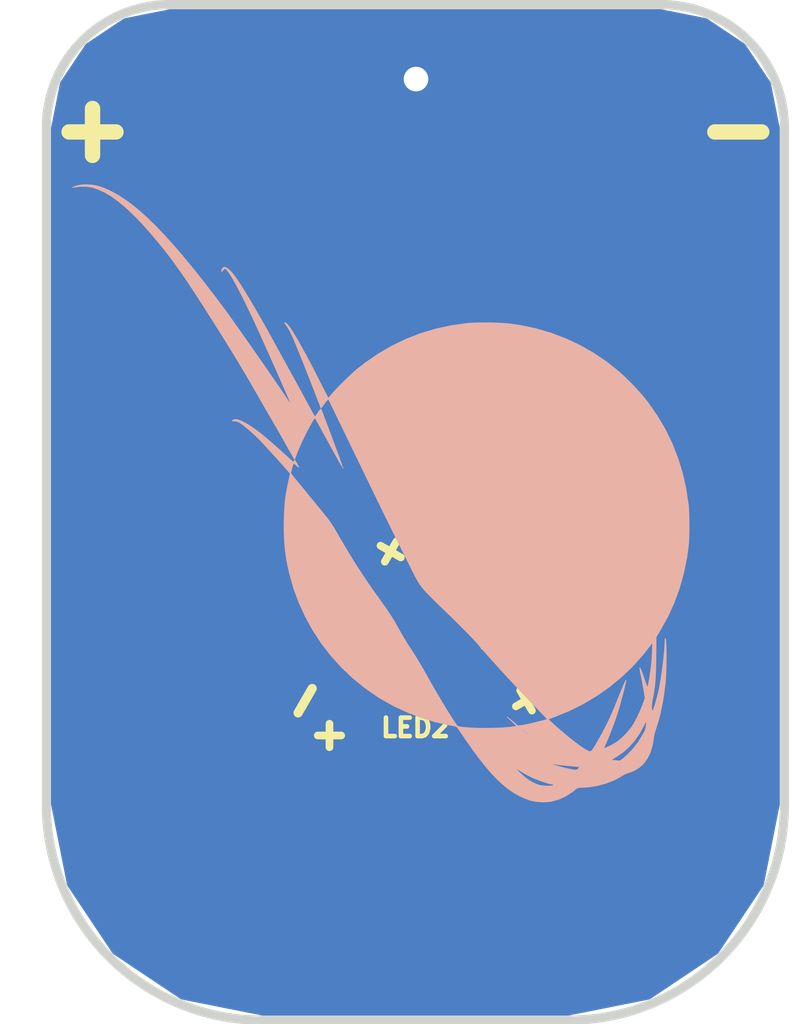
<source format=kicad_pcb>
(kicad_pcb (version 4) (host pcbnew 4.0.7)

  (general
    (links 6)
    (no_connects 2)
    (area 136.5456 89.92 149.575001 108.075001)
    (thickness 1.6)
    (drawings 10)
    (tracks 16)
    (zones 0)
    (modules 6)
    (nets 6)
  )

  (page A4)
  (layers
    (0 F.Cu signal)
    (31 B.Cu signal)
    (32 B.Adhes user)
    (33 F.Adhes user)
    (34 B.Paste user)
    (35 F.Paste user)
    (36 B.SilkS user)
    (37 F.SilkS user)
    (38 B.Mask user)
    (39 F.Mask user hide)
    (40 Dwgs.User user)
    (41 Cmts.User user)
    (42 Eco1.User user)
    (43 Eco2.User user)
    (44 Edge.Cuts user)
    (45 Margin user)
    (46 B.CrtYd user)
    (47 F.CrtYd user)
    (48 B.Fab user)
    (49 F.Fab user)
  )

  (setup
    (last_trace_width 0.25)
    (user_trace_width 0.4064)
    (user_trace_width 0.508)
    (user_trace_width 0.635)
    (user_trace_width 0.762)
    (trace_clearance 0.2)
    (zone_clearance 0)
    (zone_45_only no)
    (trace_min 0.2)
    (segment_width 0.2)
    (edge_width 0.15)
    (via_size 0.6)
    (via_drill 0.4)
    (via_min_size 0.4)
    (via_min_drill 0.3)
    (uvia_size 0.3)
    (uvia_drill 0.1)
    (uvias_allowed no)
    (uvia_min_size 0.2)
    (uvia_min_drill 0.1)
    (pcb_text_width 0.3)
    (pcb_text_size 1.5 1.5)
    (mod_edge_width 0.15)
    (mod_text_size 1 1)
    (mod_text_width 0.15)
    (pad_size 3.302 1.2954)
    (pad_drill 0)
    (pad_to_mask_clearance 0.2)
    (aux_axis_origin 0 0)
    (visible_elements 7FFFFFFF)
    (pcbplotparams
      (layerselection 0x010f0_80000001)
      (usegerberextensions false)
      (usegerberattributes true)
      (excludeedgelayer false)
      (linewidth 0.100000)
      (plotframeref false)
      (viasonmask false)
      (mode 1)
      (useauxorigin true)
      (hpglpennumber 1)
      (hpglpenspeed 20)
      (hpglpendiameter 15)
      (hpglpenoverlay 2)
      (psnegative false)
      (psa4output false)
      (plotreference true)
      (plotvalue true)
      (plotinvisibletext false)
      (padsonsilk false)
      (subtractmaskfromsilk false)
      (outputformat 1)
      (mirror false)
      (drillshape 0)
      (scaleselection 1)
      (outputdirectory "C:/Users/Jacob Lipina/Documents/1.) Mars Rover/2017-18 Atlas/Rev.1 2018 Gerbs/"))
  )

  (net 0 "")
  (net 1 /VDD)
  (net 2 /GND)
  (net 3 /Heat_Slug)
  (net 4 "Net-(LED1-Pad2)")
  (net 5 "Net-(LED2-Pad2)")

  (net_class Default "This is the default net class."
    (clearance 0.2)
    (trace_width 0.25)
    (via_dia 0.6)
    (via_drill 0.4)
    (uvia_dia 0.3)
    (uvia_drill 0.1)
    (add_net /GND)
    (add_net /Heat_Slug)
    (add_net /VDD)
    (add_net "Net-(LED1-Pad2)")
    (add_net "Net-(LED2-Pad2)")
  )

  (module MRDT-Connectors:Solder_Pad_5mmX3mm (layer F.Cu) (tedit 5AAC5BBB) (tstamp 5AAC56B4)
    (at 140.5 94.615)
    (tags "Solder Pad")
    (path /5AAC4F55)
    (fp_text reference J1 (at -2 -2) (layer F.Fab)
      (effects (font (size 0.6 0.6) (thickness 0.15)))
    )
    (fp_text value Solder_Pad (at 0 -4) (layer F.Fab) hide
      (effects (font (size 0.6 0.6) (thickness 0.15)))
    )
    (pad 1 smd oval (at 0 0) (size 3 5) (layers F.Cu F.Paste F.Mask)
      (net 1 /VDD))
  )

  (module MRDT-Connectors:Solder_Pad_5mmX3mm (layer F.Cu) (tedit 5AAC5BB9) (tstamp 5AAC56B9)
    (at 136.9956 93.6186)
    (tags "Solder Pad")
    (path /5AAC4FA0)
    (fp_text reference J2 (at 11.5 -1) (layer F.Fab)
      (effects (font (size 0.6 0.6) (thickness 0.15)))
    )
    (fp_text value Solder_Pad (at 9.5 -3) (layer F.Fab) hide
      (effects (font (size 0.6 0.6) (thickness 0.15)))
    )
    (pad 1 smd oval (at 9.4989 0.9964) (size 3 5) (layers F.Cu F.Paste F.Mask)
      (net 2 /GND))
  )

  (module MRDT-Actives:LED_CREE_XLAMP_XPG (layer F.Cu) (tedit 5AAC5CA7) (tstamp 5AAC56C9)
    (at 140.5 100.5 240)
    (path /5AAC4C6E)
    (fp_text reference LED1 (at -0.133975 -2.232051 240) (layer F.SilkS)
      (effects (font (size 0.3 0.3) (thickness 0.075)))
    )
    (fp_text value LED3P (at -0.167468 -2.790064 240) (layer F.Fab) hide
      (effects (font (size 0.3 0.3) (thickness 0.075)))
    )
    (fp_text user + (at -1.397 -2.159 240) (layer F.SilkS)
      (effects (font (size 0.5 0.5) (thickness 0.125)))
    )
    (fp_text user - (at 1.397 -2.159 240) (layer F.SilkS)
      (effects (font (size 0.6 0.6) (thickness 0.15)))
    )
    (fp_line (start -1.7272 1.4732) (end -1.4732 1.7272) (layer Dwgs.User) (width 0.1524))
    (fp_line (start 0 -1.7272) (end -1.7272 -1.7272) (layer Dwgs.User) (width 0.1524))
    (fp_line (start 0 1.7272) (end -1.7272 1.7272) (layer Dwgs.User) (width 0.1524))
    (fp_line (start 0 -1.7272) (end 1.7272 -1.7272) (layer Dwgs.User) (width 0.1524))
    (fp_line (start 0 1.7272) (end 1.7272 1.7272) (layer Dwgs.User) (width 0.1524))
    (fp_line (start 1.7272 1.7272) (end 1.7272 -1.7272) (layer Dwgs.User) (width 0.1524))
    (fp_line (start -1.7272 1.7272) (end -1.7272 -1.7272) (layer Dwgs.User) (width 0.1524))
    (pad 1 smd rect (at -1.397 0 330) (size 3.302 0.508) (layers F.Cu F.Paste F.Mask)
      (net 1 /VDD))
    (pad 3 smd rect (at 0 0 330) (size 3.302 1.2954) (layers F.Cu F.Paste F.Mask)
      (net 3 /Heat_Slug))
    (pad 2 smd rect (at 1.397 0 330) (size 3.302 0.508) (layers F.Cu F.Paste F.Mask)
      (net 4 "Net-(LED1-Pad2)"))
  )

  (module MRDT-Actives:LED_CREE_XLAMP_XPG (layer F.Cu) (tedit 5AAC5CAF) (tstamp 5AAC56D9)
    (at 143.5 105.5)
    (path /5AAC4CA2)
    (fp_text reference LED2 (at 0 -2.25) (layer F.SilkS)
      (effects (font (size 0.3 0.3) (thickness 0.075)))
    )
    (fp_text value LED3P (at 0 -2.75) (layer F.Fab) hide
      (effects (font (size 0.3 0.3) (thickness 0.075)))
    )
    (fp_text user + (at -1.397 -2.159) (layer F.SilkS)
      (effects (font (size 0.5 0.5) (thickness 0.125)))
    )
    (fp_text user - (at 1.397 -2.159) (layer F.SilkS)
      (effects (font (size 0.6 0.6) (thickness 0.15)))
    )
    (fp_line (start -1.7272 1.4732) (end -1.4732 1.7272) (layer Dwgs.User) (width 0.1524))
    (fp_line (start 0 -1.7272) (end -1.7272 -1.7272) (layer Dwgs.User) (width 0.1524))
    (fp_line (start 0 1.7272) (end -1.7272 1.7272) (layer Dwgs.User) (width 0.1524))
    (fp_line (start 0 -1.7272) (end 1.7272 -1.7272) (layer Dwgs.User) (width 0.1524))
    (fp_line (start 0 1.7272) (end 1.7272 1.7272) (layer Dwgs.User) (width 0.1524))
    (fp_line (start 1.7272 1.7272) (end 1.7272 -1.7272) (layer Dwgs.User) (width 0.1524))
    (fp_line (start -1.7272 1.7272) (end -1.7272 -1.7272) (layer Dwgs.User) (width 0.1524))
    (pad 1 smd rect (at -1.397 0 90) (size 3.302 0.508) (layers F.Cu F.Paste F.Mask)
      (net 4 "Net-(LED1-Pad2)"))
    (pad 3 smd rect (at 0 0 90) (size 3.302 1.2954) (layers F.Cu F.Paste F.Mask)
      (net 3 /Heat_Slug))
    (pad 2 smd rect (at 1.397 0 90) (size 3.302 0.508) (layers F.Cu F.Paste F.Mask)
      (net 5 "Net-(LED2-Pad2)"))
  )

  (module MRDT-Actives:LED_CREE_XLAMP_XPG (layer F.Cu) (tedit 5AAC5CE0) (tstamp 5AAC56E9)
    (at 146.5 100.5 120)
    (path /5AAC4CCA)
    (fp_text reference LED3 (at 0.133975 -2.232051 120) (layer F.SilkS)
      (effects (font (size 0.3 0.3) (thickness 0.075)))
    )
    (fp_text value LED3P (at 0.167468 -2.790064 120) (layer F.Fab) hide
      (effects (font (size 0.3 0.3) (thickness 0.075)))
    )
    (fp_text user + (at -1.397 -2.159 120) (layer F.SilkS)
      (effects (font (size 0.5 0.5) (thickness 0.125)))
    )
    (fp_text user - (at 1.397 -2.159 120) (layer F.SilkS)
      (effects (font (size 0.6 0.6) (thickness 0.15)))
    )
    (fp_line (start -1.7272 1.4732) (end -1.4732 1.7272) (layer Dwgs.User) (width 0.1524))
    (fp_line (start 0 -1.7272) (end -1.7272 -1.7272) (layer Dwgs.User) (width 0.1524))
    (fp_line (start 0 1.7272) (end -1.7272 1.7272) (layer Dwgs.User) (width 0.1524))
    (fp_line (start 0 -1.7272) (end 1.7272 -1.7272) (layer Dwgs.User) (width 0.1524))
    (fp_line (start 0 1.7272) (end 1.7272 1.7272) (layer Dwgs.User) (width 0.1524))
    (fp_line (start 1.7272 1.7272) (end 1.7272 -1.7272) (layer Dwgs.User) (width 0.1524))
    (fp_line (start -1.7272 1.7272) (end -1.7272 -1.7272) (layer Dwgs.User) (width 0.1524))
    (pad 1 smd rect (at -1.397 0 210) (size 3.302 0.508) (layers F.Cu F.Paste F.Mask)
      (net 5 "Net-(LED2-Pad2)"))
    (pad 3 smd rect (at 0 0 210) (size 3.302 1.2954) (layers F.Cu F.Paste F.Mask)
      (net 3 /Heat_Slug))
    (pad 2 smd rect (at 1.397 0 210) (size 3.302 0.508) (layers F.Cu F.Paste F.Mask)
      (net 2 /GND))
  )

  (module MRDT_Silkscreens:MRDT_Logo_10mm (layer B.Cu) (tedit 5AB0B25A) (tstamp 5AB0B1C6)
    (at 142.9385 99.441 180)
    (tags "Logo, MRDT")
    (path /5AB0B18A)
    (fp_text reference S1 (at -1.143 -6.4008 180) (layer Dwgs.User) hide
      (effects (font (size 0.2 0.2) (thickness 0.05)))
    )
    (fp_text value Logo_or_Signature (at -0.5715 3.048 180) (layer F.Fab) hide
      (effects (font (size 0.2 0.2) (thickness 0.05)))
    )
    (fp_poly (pts (xy 1.564354 2.774975) (xy 1.559097 2.762874) (xy 1.542 2.737133) (xy 1.53219 2.723244)
      (xy 1.51384 2.696158) (xy 1.495861 2.666427) (xy 1.477125 2.631675) (xy 1.456503 2.589523)
      (xy 1.432868 2.537594) (xy 1.405091 2.473511) (xy 1.372043 2.394895) (xy 1.342622 2.323756)
      (xy 1.3176 2.26233) (xy 1.28674 2.185556) (xy 1.251379 2.096839) (xy 1.212855 1.999585)
      (xy 1.172506 1.897199) (xy 1.13167 1.793085) (xy 1.091686 1.690648) (xy 1.053891 1.593294)
      (xy 1.019623 1.504428) (xy 0.99022 1.427455) (xy 0.984369 1.412012) (xy 0.973532 1.383352)
      (xy 0.91722 1.460461) (xy 0.892322 1.492699) (xy 0.871298 1.5165) (xy 0.857057 1.528745)
      (xy 0.853006 1.529279) (xy 0.847388 1.51903) (xy 0.833808 1.492212) (xy 0.813013 1.450351)
      (xy 0.785749 1.394972) (xy 0.752761 1.327599) (xy 0.714796 1.249757) (xy 0.672599 1.162971)
      (xy 0.626917 1.068767) (xy 0.578495 0.968668) (xy 0.559172 0.928656) (xy 0.447921 0.698325)
      (xy 0.344687 0.484881) (xy 0.24886 0.287075) (xy 0.159831 0.103663) (xy 0.07699 -0.066603)
      (xy -0.000273 -0.224968) (xy -0.072566 -0.372678) (xy -0.1405 -0.51098) (xy -0.204684 -0.64112)
      (xy -0.265727 -0.764344) (xy -0.324239 -0.881899) (xy -0.38083 -0.99503) (xy -0.413042 -1.05917)
      (xy -0.456701 -1.146492) (xy -0.493982 -1.221559) (xy -0.52621 -1.286093) (xy -0.554713 -1.34182)
      (xy -0.580815 -1.390462) (xy -0.605842 -1.433744) (xy -0.631121 -1.473388) (xy -0.657978 -1.511118)
      (xy -0.687737 -1.548659) (xy -0.721726 -1.587733) (xy -0.76127 -1.630065) (xy -0.807695 -1.677378)
      (xy -0.862326 -1.731396) (xy -0.92649 -1.793842) (xy -1.001513 -1.86644) (xy -1.08872 -1.950913)
      (xy -1.129446 -1.990491) (xy -1.202905 -2.062369) (xy -1.274772 -2.133443) (xy -1.343174 -2.201806)
      (xy -1.406234 -2.265553) (xy -1.462077 -2.322777) (xy -1.508829 -2.371572) (xy -1.544614 -2.410031)
      (xy -1.565443 -2.433693) (xy -1.622094 -2.500302) (xy -1.690788 -2.579063) (xy -1.769518 -2.667789)
      (xy -1.856275 -2.764292) (xy -1.949048 -2.866383) (xy -2.04583 -2.971873) (xy -2.14461 -3.078576)
      (xy -2.24338 -3.184303) (xy -2.340131 -3.286865) (xy -2.432854 -3.384074) (xy -2.519539 -3.473743)
      (xy -2.533723 -3.488276) (xy -2.581697 -3.537495) (xy -2.624532 -3.581708) (xy -2.660376 -3.618984)
      (xy -2.687379 -3.64739) (xy -2.703689 -3.664992) (xy -2.707784 -3.67001) (xy -2.695444 -3.674406)
      (xy -2.667486 -3.68245) (xy -2.627823 -3.693143) (xy -2.580373 -3.705487) (xy -2.529049 -3.718484)
      (xy -2.477768 -3.731137) (xy -2.430444 -3.742446) (xy -2.390993 -3.751415) (xy -2.375752 -3.754646)
      (xy -2.311275 -3.766804) (xy -2.264416 -3.773207) (xy -2.233594 -3.773973) (xy -2.217227 -3.769219)
      (xy -2.214803 -3.766583) (xy -2.205211 -3.757119) (xy -2.183508 -3.738312) (xy -2.153335 -3.713264)
      (xy -2.131384 -3.69549) (xy -2.053083 -3.632677) (xy -2.211543 -3.782133) (xy -2.177491 -3.788227)
      (xy -2.117134 -3.796957) (xy -2.044792 -3.804029) (xy -1.963206 -3.809462) (xy -1.875118 -3.813277)
      (xy -1.783267 -3.815494) (xy -1.690396 -3.816133) (xy -1.599244 -3.815214) (xy -1.512554 -3.812757)
      (xy -1.433066 -3.808782) (xy -1.363521 -3.80331) (xy -1.306661 -3.796359) (xy -1.265226 -3.787951)
      (xy -1.247273 -3.781418) (xy -1.235793 -3.769573) (xy -1.215475 -3.742044) (xy -1.1874 -3.700607)
      (xy -1.152653 -3.647034) (xy -1.112315 -3.583098) (xy -1.067469 -3.510575) (xy -1.019198 -3.431236)
      (xy -0.968584 -3.346857) (xy -0.91671 -3.25921) (xy -0.86466 -3.170069) (xy -0.813514 -3.081208)
      (xy -0.764357 -2.994401) (xy -0.737687 -2.946601) (xy -0.695366 -2.871587) (xy -0.649914 -2.79327)
      (xy -0.603979 -2.716062) (xy -0.560212 -2.644374) (xy -0.521262 -2.582618) (xy -0.496498 -2.54502)
      (xy -0.459447 -2.488446) (xy -0.416418 -2.419712) (xy -0.370798 -2.344417) (xy -0.325975 -2.268161)
      (xy -0.285337 -2.196546) (xy -0.281271 -2.189199) (xy -0.231378 -2.101052) (xy -0.182314 -2.019585)
      (xy -0.130552 -1.939318) (xy -0.072562 -1.854778) (xy -0.006299 -1.762519) (xy 0.135597 -1.564263)
      (xy 0.269685 -1.368387) (xy 0.399082 -1.170061) (xy 0.526904 -0.964452) (xy 0.656269 -0.746732)
      (xy 0.716383 -0.64253) (xy 0.752454 -0.580546) (xy 0.785279 -0.527042) (xy 0.817815 -0.477826)
      (xy 0.853021 -0.428706) (xy 0.893857 -0.375488) (xy 0.94328 -0.313981) (xy 0.978523 -0.271068)
      (xy 1.027164 -0.212066) (xy 1.075546 -0.153214) (xy 1.120927 -0.09786) (xy 1.160562 -0.049355)
      (xy 1.191709 -0.011046) (xy 1.204674 0.005019) (xy 1.235876 0.043457) (xy 1.275381 0.091519)
      (xy 1.318496 0.143527) (xy 1.360528 0.193799) (xy 1.367477 0.20206) (xy 1.4017 0.243499)
      (xy 1.430739 0.280185) (xy 1.452326 0.30913) (xy 1.464192 0.327349) (xy 1.465771 0.331492)
      (xy 1.463093 0.346568) (xy 1.456201 0.373967) (xy 1.44681 0.407787) (xy 1.436635 0.442129)
      (xy 1.427392 0.471089) (xy 1.420794 0.488769) (xy 1.419329 0.49131) (xy 1.410563 0.487245)
      (xy 1.391725 0.472326) (xy 1.368364 0.451152) (xy 1.345194 0.430274) (xy 1.334348 0.423355)
      (xy 1.336451 0.430786) (xy 1.337004 0.431699) (xy 1.351041 0.456105) (xy 1.368309 0.48816)
      (xy 1.375121 0.501334) (xy 1.388822 0.527086) (xy 1.397224 0.537086) (xy 1.40384 0.533624)
      (xy 1.409604 0.52383) (xy 1.415007 0.515616) (xy 1.421831 0.512801) (xy 1.432657 0.516999)
      (xy 1.450065 0.529823) (xy 1.476635 0.552889) (xy 1.51495 0.587808) (xy 1.521391 0.593729)
      (xy 1.635022 0.697327) (xy 1.736253 0.787678) (xy 1.826579 0.86603) (xy 1.907496 0.93363)
      (xy 1.9805 0.991725) (xy 2.047087 1.041563) (xy 2.108751 1.084391) (xy 2.113321 1.087423)
      (xy 2.195052 1.13803) (xy 2.264989 1.174055) (xy 2.322784 1.195374) (xy 2.36809 1.201863)
      (xy 2.400559 1.193399) (xy 2.404467 1.190704) (xy 2.415184 1.181317) (xy 2.413189 1.176733)
      (xy 2.395573 1.175164) (xy 2.378824 1.174943) (xy 2.334065 1.168305) (xy 2.289657 1.147062)
      (xy 2.287679 1.145818) (xy 2.252515 1.120973) (xy 2.206972 1.085047) (xy 2.154749 1.041276)
      (xy 2.099548 0.992893) (xy 2.045067 0.943135) (xy 1.995009 0.895236) (xy 1.957708 0.857354)
      (xy 1.926729 0.824332) (xy 1.887486 0.781996) (xy 1.842037 0.732615) (xy 1.792444 0.678459)
      (xy 1.740765 0.621797) (xy 1.689062 0.564899) (xy 1.639394 0.510034) (xy 1.593821 0.459472)
      (xy 1.554403 0.415482) (xy 1.5232 0.380334) (xy 1.502272 0.356298) (xy 1.495407 0.34803)
      (xy 1.473279 0.319899) (xy 1.500433 0.197597) (xy 1.522739 0.091369) (xy 1.540083 -0.00585)
      (xy 1.553121 -0.099735) (xy 1.56251 -0.195962) (xy 1.568907 -0.300207) (xy 1.572967 -0.418146)
      (xy 1.573309 -0.432675) (xy 1.574568 -0.595888) (xy 1.570193 -0.744876) (xy 1.559664 -0.88483)
      (xy 1.542461 -1.020942) (xy 1.518064 -1.158404) (xy 1.486284 -1.301041) (xy 1.416789 -1.545762)
      (xy 1.328933 -1.783227) (xy 1.223423 -2.01247) (xy 1.100968 -2.232526) (xy 0.962273 -2.442433)
      (xy 0.808045 -2.641224) (xy 0.638992 -2.827935) (xy 0.455821 -3.001601) (xy 0.259239 -3.161259)
      (xy 0.049953 -3.305943) (xy -0.011095 -3.343801) (xy -0.219444 -3.459464) (xy -0.437391 -3.56064)
      (xy -0.661596 -3.646073) (xy -0.888721 -3.714505) (xy -1.115425 -3.764676) (xy -1.139486 -3.768905)
      (xy -1.192261 -3.779648) (xy -1.226313 -3.790727) (xy -1.242738 -3.80221) (xy -1.251845 -3.815197)
      (xy -1.270607 -3.842248) (xy -1.297307 -3.880878) (xy -1.330229 -3.928602) (xy -1.367656 -3.982934)
      (xy -1.397187 -4.02585) (xy -1.507362 -4.182266) (xy -1.611006 -4.321379) (xy -1.709249 -4.444447)
      (xy -1.803221 -4.552726) (xy -1.894053 -4.647474) (xy -1.982875 -4.729947) (xy -2.070818 -4.801404)
      (xy -2.137188 -4.84873) (xy -2.195682 -4.884445) (xy -2.263022 -4.919842) (xy -2.332819 -4.951965)
      (xy -2.398685 -4.977856) (xy -2.450157 -4.993591) (xy -2.532488 -5.008208) (xy -2.621579 -5.014709)
      (xy -2.708677 -5.012792) (xy -2.772848 -5.004657) (xy -2.891821 -4.97191) (xy -3.005845 -4.91974)
      (xy -3.114766 -4.848223) (xy -3.15247 -4.817949) (xy -3.181573 -4.795286) (xy -3.205262 -4.783522)
      (xy -3.232195 -4.779231) (xy -3.251338 -4.778815) (xy -3.385879 -4.770929) (xy -3.522396 -4.748158)
      (xy -3.554863 -4.739346) (xy -2.812916 -4.739346) (xy -2.799017 -4.748064) (xy -2.785968 -4.752139)
      (xy -2.766926 -4.75433) (xy -2.73399 -4.755403) (xy -2.693323 -4.7552) (xy -2.680553 -4.754867)
      (xy -2.621989 -4.750639) (xy -2.573665 -4.740911) (xy -2.532181 -4.726401) (xy -2.464318 -4.695416)
      (xy -2.403586 -4.659932) (xy -2.344569 -4.616231) (xy -2.281854 -4.560593) (xy -2.25962 -4.539172)
      (xy -2.226809 -4.506486) (xy -2.202422 -4.481051) (xy -2.188264 -4.464852) (xy -2.186144 -4.459874)
      (xy -2.188616 -4.461173) (xy -2.292384 -4.525621) (xy -2.382045 -4.577015) (xy -2.458363 -4.615793)
      (xy -2.462016 -4.617489) (xy -2.515893 -4.640581) (xy -2.577598 -4.66418) (xy -2.641549 -4.686408)
      (xy -2.702165 -4.705389) (xy -2.753864 -4.719245) (xy -2.781073 -4.724782) (xy -2.806898 -4.731379)
      (xy -2.812916 -4.739346) (xy -3.554863 -4.739346) (xy -3.656263 -4.711825) (xy -3.782856 -4.663258)
      (xy -3.897547 -4.603782) (xy -3.927437 -4.585001) (xy -3.962009 -4.564886) (xy -3.99599 -4.549252)
      (xy -4.01581 -4.542995) (xy -4.041951 -4.535229) (xy -4.078692 -4.521201) (xy -4.118726 -4.503733)
      (xy -4.124565 -4.500989) (xy -4.204877 -4.451914) (xy -4.205007 -4.451792) (xy -3.227331 -4.451792)
      (xy -3.224001 -4.459751) (xy -3.214616 -4.470513) (xy -3.212402 -4.472871) (xy -3.199842 -4.485256)
      (xy -3.18736 -4.492914) (xy -3.171073 -4.49596) (xy -3.1471 -4.494512) (xy -3.111557 -4.488688)
      (xy -3.060562 -4.478604) (xy -3.05563 -4.477603) (xy -3.014604 -4.468455) (xy -2.967602 -4.456687)
      (xy -2.918259 -4.443374) (xy -2.870207 -4.42959) (xy -2.827081 -4.41641) (xy -2.792515 -4.404909)
      (xy -2.770141 -4.396161) (xy -2.763594 -4.391241) (xy -2.763602 -4.391234) (xy -2.77446 -4.391192)
      (xy -2.800269 -4.39424) (xy -2.836243 -4.39977) (xy -2.851565 -4.402392) (xy -2.895364 -4.409056)
      (xy -2.951827 -4.416162) (xy -3.013583 -4.422848) (xy -3.071747 -4.428133) (xy -3.133583 -4.433179)
      (xy -3.177733 -4.437329) (xy -3.206523 -4.44132) (xy -3.222281 -4.445895) (xy -3.227331 -4.451792)
      (xy -4.205007 -4.451792) (xy -4.274513 -4.386567) (xy -4.332803 -4.306088) (xy -4.379072 -4.211614)
      (xy -4.412651 -4.104284) (xy -4.432866 -3.985236) (xy -4.433683 -3.977307) (xy -4.440747 -3.934136)
      (xy -4.453153 -3.882945) (xy -4.46834 -3.83417) (xy -4.469821 -3.830079) (xy -4.509118 -3.709128)
      (xy -4.514174 -3.689526) (xy -4.318536 -3.689526) (xy -4.314156 -3.761336) (xy -4.309719 -3.805065)
      (xy -4.300683 -3.840917) (xy -4.284158 -3.878429) (xy -4.271574 -3.901889) (xy -4.186145 -4.04007)
      (xy -4.093391 -4.160106) (xy -3.992675 -4.262786) (xy -3.950553 -4.298741) (xy -3.890316 -4.34754)
      (xy -3.825059 -4.341318) (xy -3.791067 -4.337561) (xy -3.765987 -4.333824) (xy -3.755619 -4.331065)
      (xy -3.753468 -4.328362) (xy -3.755384 -4.324798) (xy -3.764524 -4.318137) (xy -3.784042 -4.306146)
      (xy -3.817097 -4.286588) (xy -3.825059 -4.281897) (xy -3.934784 -4.207962) (xy -4.033309 -4.121508)
      (xy -4.122237 -4.020746) (xy -4.203172 -3.903886) (xy -4.268634 -3.787142) (xy -4.318536 -3.689526)
      (xy -4.514174 -3.689526) (xy -4.544832 -3.570671) (xy -4.576481 -3.417038) (xy -4.603582 -3.250562)
      (xy -4.624729 -3.082135) (xy -4.629342 -3.029569) (xy -4.633212 -2.965612) (xy -4.636319 -2.89331)
      (xy -4.63864 -2.815708) (xy -4.640155 -2.735852) (xy -4.640842 -2.656788) (xy -4.64068 -2.581562)
      (xy -4.639648 -2.513219) (xy -4.637724 -2.454806) (xy -4.634887 -2.409367) (xy -4.631115 -2.379949)
      (xy -4.629686 -2.374348) (xy -4.624152 -2.359161) (xy -4.621077 -2.358391) (xy -4.619598 -2.374069)
      (xy -4.618987 -2.399447) (xy -4.615728 -2.479211) (xy -4.608703 -2.573932) (xy -4.598506 -2.678968)
      (xy -4.58573 -2.789675) (xy -4.57097 -2.901411) (xy -4.554819 -3.009534) (xy -4.537871 -3.109399)
      (xy -4.520719 -3.196365) (xy -4.512415 -3.232886) (xy -4.497075 -3.29403) (xy -4.480817 -3.354333)
      (xy -4.464569 -3.410813) (xy -4.449258 -3.460483) (xy -4.435815 -3.50036) (xy -4.425167 -3.527459)
      (xy -4.418244 -3.538795) (xy -4.417222 -3.538829) (xy -4.408001 -3.522577) (xy -4.403391 -3.490652)
      (xy -4.403386 -3.44692) (xy -4.407979 -3.39525) (xy -4.417162 -3.339507) (xy -4.417608 -3.337326)
      (xy -4.432151 -3.2625) (xy -4.443968 -3.19088) (xy -4.45334 -3.119058) (xy -4.460545 -3.043627)
      (xy -4.465863 -2.961177) (xy -4.469574 -2.868301) (xy -4.471958 -2.761588) (xy -4.473125 -2.660475)
      (xy -4.47469 -2.464956) (xy -4.4169 -2.464956) (xy -4.415935 -2.503967) (xy -4.413944 -2.55254)
      (xy -4.4111 -2.607191) (xy -4.407577 -2.664434) (xy -4.403552 -2.720784) (xy -4.399198 -2.772755)
      (xy -4.396433 -2.801028) (xy -4.390856 -2.848152) (xy -4.383446 -2.902187) (xy -4.374862 -2.959193)
      (xy -4.365763 -3.015228) (xy -4.356809 -3.066349) (xy -4.348659 -3.108616) (xy -4.341971 -3.138086)
      (xy -4.338106 -3.14982) (xy -4.332685 -3.145742) (xy -4.322743 -3.125633) (xy -4.309636 -3.09266)
      (xy -4.294724 -3.04999) (xy -4.29289 -3.044405) (xy -4.270303 -2.97705) (xy -4.250105 -2.920489)
      (xy -4.233059 -2.876646) (xy -4.21993 -2.847443) (xy -4.211481 -2.834805) (xy -4.209614 -2.834786)
      (xy -4.209952 -2.845656) (xy -4.213951 -2.872247) (xy -4.220949 -2.910672) (xy -4.230283 -2.957042)
      (xy -4.231223 -2.961514) (xy -4.244042 -3.02481) (xy -4.257695 -3.096433) (xy -4.270196 -3.165785)
      (xy -4.276628 -3.203791) (xy -4.296173 -3.323591) (xy -4.265665 -3.411183) (xy -4.240137 -3.478352)
      (xy -4.20857 -3.552006) (xy -4.173624 -3.626616) (xy -4.137955 -3.696649) (xy -4.104223 -3.756572)
      (xy -4.085391 -3.786304) (xy -4.037517 -3.84971) (xy -3.979419 -3.915028) (xy -3.917187 -3.975937)
      (xy -3.856906 -4.026117) (xy -3.848554 -4.032224) (xy -3.818169 -4.052204) (xy -3.780751 -4.074218)
      (xy -3.74031 -4.096237) (xy -3.700856 -4.116235) (xy -3.666397 -4.132183) (xy -3.640945 -4.142054)
      (xy -3.628507 -4.143821) (xy -3.628263 -4.143626) (xy -3.630111 -4.133188) (xy -3.638792 -4.109359)
      (xy -3.65254 -4.07689) (xy -3.655595 -4.070103) (xy -3.685235 -4.001892) (xy -3.718578 -3.920243)
      (xy -3.753441 -3.830917) (xy -3.787641 -3.739672) (xy -3.818994 -3.652268) (xy -3.84532 -3.574465)
      (xy -3.854995 -3.543953) (xy -3.871726 -3.488029) (xy -3.889778 -3.424822) (xy -3.908338 -3.357489)
      (xy -3.926594 -3.289185) (xy -3.943734 -3.223066) (xy -3.958945 -3.162286) (xy -3.971415 -3.110002)
      (xy -3.980331 -3.06937) (xy -3.984882 -3.043544) (xy -3.985295 -3.037821) (xy -3.981634 -3.041668)
      (xy -3.971424 -3.062189) (xy -3.955526 -3.097399) (xy -3.934804 -3.145311) (xy -3.910121 -3.203941)
      (xy -3.882341 -3.271301) (xy -3.861312 -3.323083) (xy -3.817224 -3.431436) (xy -3.77846 -3.524463)
      (xy -3.743384 -3.605671) (xy -3.710357 -3.678567) (xy -3.677743 -3.746659) (xy -3.643904 -3.813454)
      (xy -3.607203 -3.882459) (xy -3.566001 -3.957181) (xy -3.56155 -3.96514) (xy -3.521507 -4.036135)
      (xy -3.489567 -4.091301) (xy -3.464403 -4.132534) (xy -3.444687 -4.161731) (xy -3.429092 -4.180788)
      (xy -3.41629 -4.191604) (xy -3.404953 -4.196074) (xy -3.399603 -4.196522) (xy -3.381407 -4.191174)
      (xy -3.351425 -4.176741) (xy -3.314331 -4.155636) (xy -3.286449 -4.138063) (xy -3.245526 -4.109906)
      (xy -3.194844 -4.0731) (xy -3.140065 -4.031858) (xy -3.086852 -3.990393) (xy -3.072011 -3.978516)
      (xy -3.062388 -3.970633) (xy -2.479762 -3.970633) (xy -2.474743 -3.975653) (xy -2.469723 -3.970633)
      (xy -2.474743 -3.965613) (xy -2.479762 -3.970633) (xy -3.062388 -3.970633) (xy -3.052026 -3.962145)
      (xy -2.459683 -3.962145) (xy -2.452009 -3.960243) (xy -2.429069 -3.945534) (xy -2.390989 -3.918106)
      (xy -2.337893 -3.878046) (xy -2.310967 -3.857337) (xy -2.277157 -3.830481) (xy -2.250852 -3.808167)
      (xy -2.235142 -3.793107) (xy -2.232206 -3.788163) (xy -2.241049 -3.792416) (xy -2.262076 -3.806606)
      (xy -2.291823 -3.828082) (xy -2.326829 -3.854196) (xy -2.36363 -3.8823) (xy -2.398764 -3.909746)
      (xy -2.428768 -3.933885) (xy -2.450178 -3.952068) (xy -2.459533 -3.961647) (xy -2.459683 -3.962145)
      (xy -3.052026 -3.962145) (xy -3.028799 -3.943119) (xy -2.981355 -3.903302) (xy -2.931978 -3.861099)
      (xy -2.882967 -3.818547) (xy -2.836621 -3.777681) (xy -2.795237 -3.740537) (xy -2.761116 -3.709151)
      (xy -2.736556 -3.685558) (xy -2.723855 -3.671794) (xy -2.722707 -3.669191) (xy -2.732749 -3.664791)
      (xy -2.757918 -3.654955) (xy -2.79447 -3.641119) (xy -2.838663 -3.624716) (xy -2.840921 -3.623885)
      (xy -3.074754 -3.527659) (xy -3.300478 -3.414228) (xy -3.516738 -3.284596) (xy -3.722178 -3.139764)
      (xy -3.915442 -2.980735) (xy -4.095175 -2.808509) (xy -4.260021 -2.62409) (xy -4.35169 -2.507372)
      (xy -4.377041 -2.4741) (xy -4.39795 -2.447929) (xy -4.411564 -2.432361) (xy -4.415048 -2.429566)
      (xy -4.416662 -2.438994) (xy -4.4169 -2.464956) (xy -4.47469 -2.464956) (xy -4.475737 -2.33419)
      (xy -4.542863 -2.223755) (xy -4.665386 -2.00302) (xy -4.769994 -1.7734) (xy -4.856726 -1.534785)
      (xy -4.925617 -1.287064) (xy -4.976705 -1.030124) (xy -5.000926 -0.85336) (xy -5.005606 -0.79745)
      (xy -5.009077 -0.726085) (xy -5.011338 -0.643853) (xy -5.012389 -0.555343) (xy -5.01223 -0.465142)
      (xy -5.010861 -0.377838) (xy -5.008282 -0.298019) (xy -5.004493 -0.230274) (xy -5.000926 -0.190751)
      (xy -4.961531 0.072905) (xy -4.90407 0.327807) (xy -4.828524 0.573997) (xy -4.734874 0.811524)
      (xy -4.623103 1.040432) (xy -4.49319 1.260766) (xy -4.345118 1.472573) (xy -4.287889 1.546087)
      (xy -4.236779 1.606977) (xy -4.174521 1.676427) (xy -4.105338 1.750078) (xy -4.033452 1.823568)
      (xy -3.963085 1.892537) (xy -3.89846 1.952624) (xy -3.870237 1.977444) (xy -3.668321 2.137723)
      (xy -3.456021 2.280968) (xy -3.234097 2.406849) (xy -3.003311 2.515034) (xy -2.764425 2.60519)
      (xy -2.5182 2.676986) (xy -2.265398 2.73009) (xy -2.083201 2.756165) (xy -2.008488 2.762925)
      (xy -1.91943 2.767918) (xy -1.821239 2.771104) (xy -1.719126 2.772443) (xy -1.618303 2.771893)
      (xy -1.523981 2.769416) (xy -1.441372 2.76497) (xy -1.400513 2.761436) (xy -1.140519 2.725031)
      (xy -0.888606 2.670269) (xy -0.644561 2.597063) (xy -0.40817 2.505324) (xy -0.179218 2.394963)
      (xy 0.042508 2.265893) (xy 0.257222 2.118024) (xy 0.371463 2.029411) (xy 0.415285 1.992298)
      (xy 0.467555 1.945266) (xy 0.525226 1.89132) (xy 0.585251 1.833464) (xy 0.644584 1.774706)
      (xy 0.700179 1.718049) (xy 0.748989 1.6665) (xy 0.787968 1.623064) (xy 0.808182 1.598569)
      (xy 0.829422 1.572109) (xy 0.845755 1.553373) (xy 0.85336 1.546601) (xy 0.858913 1.555159)
      (xy 0.872348 1.579577) (xy 0.89257 1.617756) (xy 0.918484 1.667594) (xy 0.948997 1.726994)
      (xy 0.983011 1.793853) (xy 1.006248 1.839854) (xy 1.078294 1.981407) (xy 1.147583 2.114642)
      (xy 1.213514 2.23852) (xy 1.275487 2.352003) (xy 1.332901 2.454052) (xy 1.385157 2.543628)
      (xy 1.431654 2.619692) (xy 1.471791 2.681205) (xy 1.504969 2.727128) (xy 1.530586 2.756422)
      (xy 1.540668 2.764704) (xy 1.558102 2.775047) (xy 1.564354 2.774975)) (layer B.SilkS) (width 0.01))
    (fp_poly (pts (xy 0.622451 0.41664) (xy 0.617431 0.41162) (xy 0.612411 0.41664) (xy 0.617431 0.42166)
      (xy 0.622451 0.41664)) (layer B.SilkS) (width 0.01))
    (fp_poly (pts (xy 4.854611 5.013231) (xy 4.920325 5.003753) (xy 4.97383 4.988198) (xy 4.981991 4.984665)
      (xy 5.014743 4.969487) (xy 4.984625 4.974582) (xy 4.879801 4.986338) (xy 4.781617 4.985555)
      (xy 4.694532 4.972282) (xy 4.690937 4.971389) (xy 4.589457 4.938017) (xy 4.483707 4.88801)
      (xy 4.373329 4.821074) (xy 4.257959 4.736916) (xy 4.137239 4.635242) (xy 4.010807 4.515759)
      (xy 3.878302 4.378173) (xy 3.739364 4.22219) (xy 3.670131 4.140516) (xy 3.60599 4.063051)
      (xy 3.544712 3.98751) (xy 3.485339 3.912506) (xy 3.426908 3.836651) (xy 3.36846 3.758557)
      (xy 3.309035 3.676836) (xy 3.247672 3.590099) (xy 3.183412 3.496958) (xy 3.115293 3.396026)
      (xy 3.042356 3.285914) (xy 2.96364 3.165234) (xy 2.878185 3.032598) (xy 2.785032 2.886618)
      (xy 2.683218 2.725906) (xy 2.597657 2.590197) (xy 2.402545 2.275564) (xy 2.214882 1.96365)
      (xy 2.037685 1.659492) (xy 1.993089 1.581225) (xy 1.952787 1.510511) (xy 1.906095 1.429181)
      (xy 1.856858 1.343893) (xy 1.808919 1.261305) (xy 1.766857 1.189326) (xy 1.724962 1.117509)
      (xy 1.679005 1.037976) (xy 1.632534 0.956914) (xy 1.589095 0.880513) (xy 1.552235 0.814959)
      (xy 1.551056 0.812844) (xy 1.519267 0.755907) (xy 1.48911 0.702074) (xy 1.462591 0.654912)
      (xy 1.441717 0.617988) (xy 1.428493 0.594871) (xy 1.428077 0.594156) (xy 1.402822 0.550802)
      (xy 1.363847 0.654393) (xy 1.343404 0.705625) (xy 1.317989 0.764466) (xy 1.288877 0.828412)
      (xy 1.257341 0.894963) (xy 1.224658 0.961618) (xy 1.192103 1.025874) (xy 1.160949 1.085232)
      (xy 1.132473 1.137189) (xy 1.10795 1.179244) (xy 1.088654 1.208896) (xy 1.07586 1.223643)
      (xy 1.073081 1.224822) (xy 1.066335 1.216428) (xy 1.051854 1.193153) (xy 1.031309 1.157854)
      (xy 1.00637 1.113391) (xy 0.983609 1.071719) (xy 0.946856 1.003926) (xy 0.907446 0.931693)
      (xy 0.866579 0.85718) (xy 0.825455 0.782542) (xy 0.785274 0.709938) (xy 0.747236 0.641525)
      (xy 0.712542 0.579461) (xy 0.682392 0.525902) (xy 0.657986 0.483007) (xy 0.640524 0.452933)
      (xy 0.631207 0.437837) (xy 0.63035 0.436719) (xy 0.629653 0.441126) (xy 0.63499 0.46092)
      (xy 0.645345 0.492686) (xy 0.655701 0.522055) (xy 0.680852 0.591161) (xy 0.708809 0.667395)
      (xy 0.738773 0.748628) (xy 0.769946 0.832733) (xy 0.801528 0.91758) (xy 0.83272 1.001042)
      (xy 0.862723 1.08099) (xy 0.890739 1.155295) (xy 0.915966 1.22183) (xy 0.937608 1.278465)
      (xy 0.954864 1.323073) (xy 0.966936 1.353525) (xy 0.973024 1.367693) (xy 0.973455 1.368387)
      (xy 0.981923 1.364461) (xy 0.997805 1.346887) (xy 1.018061 1.319158) (xy 1.023705 1.31066)
      (xy 1.044646 1.27971) (xy 1.061714 1.256671) (xy 1.071855 1.24561) (xy 1.072899 1.245188)
      (xy 1.079255 1.253734) (xy 1.093546 1.277517) (xy 1.114341 1.314007) (xy 1.140212 1.360678)
      (xy 1.16973 1.415004) (xy 1.184664 1.442852) (xy 1.219835 1.508337) (xy 1.261945 1.586147)
      (xy 1.308151 1.671069) (xy 1.355615 1.75789) (xy 1.401494 1.841398) (xy 1.429343 1.891834)
      (xy 1.469768 1.964993) (xy 1.517255 2.051138) (xy 1.56925 2.145624) (xy 1.623202 2.243809)
      (xy 1.676558 2.341051) (xy 1.726766 2.432705) (xy 1.744269 2.464703) (xy 1.82562 2.6123)
      (xy 1.905524 2.754978) (xy 1.983118 2.891284) (xy 2.057536 3.019767) (xy 2.127911 3.138974)
      (xy 2.193379 3.247453) (xy 2.253074 3.343752) (xy 2.306131 3.426419) (xy 2.351683 3.494002)
      (xy 2.386089 3.541439) (xy 2.434284 3.599552) (xy 2.477268 3.641334) (xy 2.514327 3.666389)
      (xy 2.54475 3.674317) (xy 2.567825 3.664722) (xy 2.578547 3.648895) (xy 2.588486 3.622077)
      (xy 2.590196 3.60631) (xy 2.58454 3.604205) (xy 2.572379 3.61837) (xy 2.569813 3.622443)
      (xy 2.55044 3.645974) (xy 2.53244 3.65255) (xy 2.532202 3.652508) (xy 2.513334 3.640465)
      (xy 2.487203 3.610392) (xy 2.454126 3.562853) (xy 2.41442 3.498412) (xy 2.368404 3.417631)
      (xy 2.316393 3.321075) (xy 2.258707 3.209306) (xy 2.195662 3.082887) (xy 2.127576 2.942384)
      (xy 2.103278 2.891383) (xy 2.079348 2.840392) (xy 2.050141 2.777231) (xy 2.016391 2.703552)
      (xy 1.978833 2.621007) (xy 1.938202 2.531248) (xy 1.895233 2.435927) (xy 1.85066 2.336698)
      (xy 1.80522 2.235211) (xy 1.759646 2.13312) (xy 1.714674 2.032077) (xy 1.671038 1.933734)
      (xy 1.629474 1.839743) (xy 1.590715 1.751756) (xy 1.555499 1.671427) (xy 1.524558 1.600406)
      (xy 1.498628 1.540347) (xy 1.478444 1.492901) (xy 1.464741 1.459721) (xy 1.458254 1.442459)
      (xy 1.457874 1.440334) (xy 1.46402 1.447518) (xy 1.47976 1.469165) (xy 1.503536 1.503042)
      (xy 1.533791 1.546913) (xy 1.568968 1.598544) (xy 1.596285 1.638994) (xy 1.641822 1.706243)
      (xy 1.695733 1.785152) (xy 1.756643 1.873755) (xy 1.823175 1.970085) (xy 1.893953 2.072176)
      (xy 1.967602 2.178063) (xy 2.042745 2.285778) (xy 2.118006 2.393358) (xy 2.192009 2.498834)
      (xy 2.263378 2.600242) (xy 2.330736 2.695615) (xy 2.392709 2.782987) (xy 2.447919 2.860392)
      (xy 2.494991 2.925865) (xy 2.532548 2.977438) (xy 2.543143 2.991778) (xy 2.72641 3.23547)
      (xy 2.901183 3.461545) (xy 3.067843 3.670397) (xy 3.226766 3.862422) (xy 3.378334 4.038015)
      (xy 3.522924 4.197571) (xy 3.660915 4.341485) (xy 3.792686 4.470153) (xy 3.918617 4.583969)
      (xy 4.039087 4.683329) (xy 4.154473 4.768627) (xy 4.265156 4.840259) (xy 4.371514 4.898621)
      (xy 4.372214 4.898968) (xy 4.451495 4.936805) (xy 4.518971 4.965209) (xy 4.579587 4.985825)
      (xy 4.638283 5.000297) (xy 4.700003 5.010269) (xy 4.710606 5.011571) (xy 4.7827 5.016036)
      (xy 4.854611 5.013231)) (layer B.SilkS) (width 0.01))
  )

  (gr_line (start 149.5 104.5) (end 149.5 93.5) (angle 90) (layer Edge.Cuts) (width 0.15))
  (gr_line (start 141 108) (end 146 108) (angle 90) (layer Edge.Cuts) (width 0.15))
  (gr_arc (start 146 104.5) (end 149.5 104.5) (angle 90) (layer Edge.Cuts) (width 0.15))
  (gr_line (start 139.5 91.5) (end 147.5 91.5) (angle 90) (layer Edge.Cuts) (width 0.15))
  (gr_line (start 137.5 104.5) (end 137.5 93.5) (angle 90) (layer Edge.Cuts) (width 0.15))
  (gr_text - (at 148.75 93.5) (layer F.SilkS)
    (effects (font (size 1 1) (thickness 0.25)))
  )
  (gr_text + (at 138.25 93.5) (layer F.SilkS)
    (effects (font (size 1 1) (thickness 0.25)))
  )
  (gr_arc (start 147.5 93.5) (end 147.5 91.5) (angle 90) (layer Edge.Cuts) (width 0.15))
  (gr_arc (start 139.5 93.5) (end 137.5 93.5) (angle 90) (layer Edge.Cuts) (width 0.15))
  (gr_arc (start 141 104.5) (end 141 108) (angle 90) (layer Edge.Cuts) (width 0.15))

  (segment (start 141.1985 99.290163) (end 141.1985 95.1985) (width 0.762) (layer F.Cu) (net 1))
  (segment (start 141.1985 95.1985) (end 140.5 94.5) (width 0.762) (layer F.Cu) (net 1) (tstamp 5AAC5F17))
  (segment (start 145.8015 99.290163) (end 145.8015 95.1938) (width 0.762) (layer F.Cu) (net 2))
  (segment (start 145.8015 95.1938) (end 146.4989 94.4964) (width 0.762) (layer F.Cu) (net 2) (tstamp 5AAC5F1E))
  (segment (start 145.8015 99.290163) (end 145.8015 99.1985) (width 0.762) (layer F.Cu) (net 2))
  (segment (start 143.51 92.71) (end 143.51 92.075) (width 0.25) (layer B.Cu) (net 3))
  (segment (start 143.51 103.589) (end 143.51 92.71) (width 0.25) (layer F.Cu) (net 3))
  (via (at 143.51 92.71) (size 0.6) (drill 0.4) (layers F.Cu B.Cu) (net 3))
  (segment (start 143.5 105.5) (end 143.5 103.599) (width 0.25) (layer F.Cu) (net 3))
  (segment (start 143.5 103.599) (end 143.51 103.589) (width 0.25) (layer F.Cu) (net 3))
  (segment (start 142.103 105.5) (end 141 105.5) (width 0.762) (layer F.Cu) (net 4))
  (segment (start 139.8015 104.3015) (end 139.8015 101.709837) (width 0.762) (layer F.Cu) (net 4) (tstamp 5AAC5EFB))
  (segment (start 141 105.5) (end 139.8015 104.3015) (width 0.762) (layer F.Cu) (net 4) (tstamp 5AAC5EFA))
  (segment (start 147.1985 101.709837) (end 147.1985 104.3015) (width 0.762) (layer F.Cu) (net 5))
  (segment (start 146 105.5) (end 144.897 105.5) (width 0.762) (layer F.Cu) (net 5) (tstamp 5AAC5EF6))
  (segment (start 147.1985 104.3015) (end 146 105.5) (width 0.762) (layer F.Cu) (net 5) (tstamp 5AAC5EDE))

  (zone (net 3) (net_name /Heat_Slug) (layer B.Cu) (tstamp 0) (hatch edge 0.508)
    (connect_pads yes (clearance 0))
    (min_thickness 0.2)
    (fill yes (arc_segments 16) (thermal_gap 0.508) (thermal_bridge_width 0.508))
    (polygon
      (pts
        (xy 149.5425 108.017499) (xy 137.4775 108.017499) (xy 137.4775 91.5035) (xy 149.5425 91.5035)
      )
    )
    (filled_polygon
      (pts
        (xy 148.197085 91.817087) (xy 148.788046 92.211954) (xy 149.182913 92.802914) (xy 149.325 93.517238) (xy 149.325 104.482766)
        (xy 149.068732 105.77111) (xy 148.348706 106.848706) (xy 147.27111 107.568732) (xy 145.982766 107.825) (xy 141.017234 107.825)
        (xy 139.72889 107.568732) (xy 138.651294 106.848706) (xy 137.931268 105.77111) (xy 137.675 104.482766) (xy 137.675 93.517234)
        (xy 137.817087 92.802915) (xy 138.211954 92.211954) (xy 138.802914 91.817087) (xy 139.517238 91.675) (xy 147.482766 91.675)
      )
    )
  )
)

</source>
